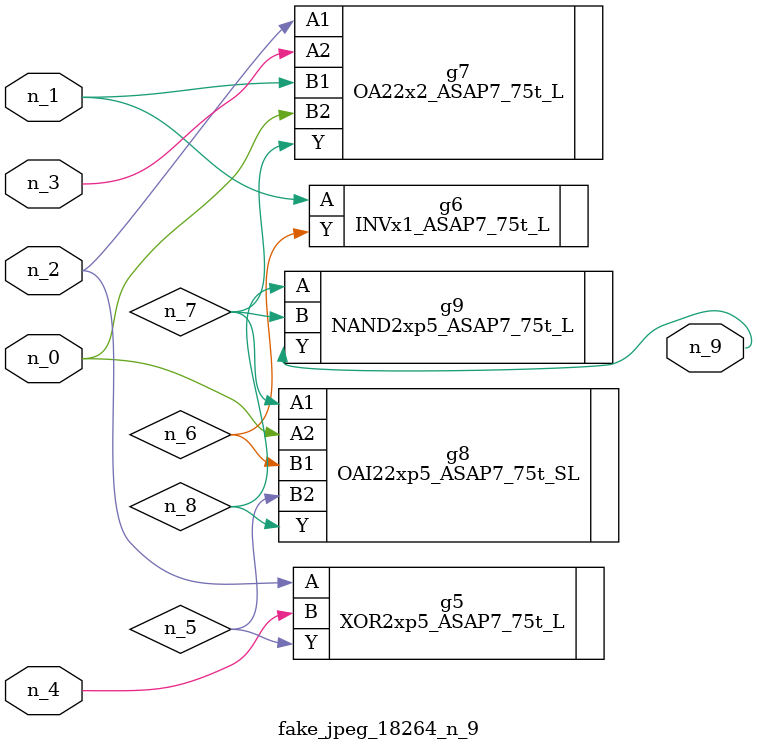
<source format=v>
module fake_jpeg_18264_n_9 (n_3, n_2, n_1, n_0, n_4, n_9);

input n_3;
input n_2;
input n_1;
input n_0;
input n_4;

output n_9;

wire n_8;
wire n_6;
wire n_5;
wire n_7;

XOR2xp5_ASAP7_75t_L g5 ( 
.A(n_2),
.B(n_4),
.Y(n_5)
);

INVx1_ASAP7_75t_L g6 ( 
.A(n_1),
.Y(n_6)
);

OA22x2_ASAP7_75t_L g7 ( 
.A1(n_2),
.A2(n_3),
.B1(n_1),
.B2(n_0),
.Y(n_7)
);

OAI22xp5_ASAP7_75t_SL g8 ( 
.A1(n_7),
.A2(n_0),
.B1(n_6),
.B2(n_5),
.Y(n_8)
);

NAND2xp5_ASAP7_75t_L g9 ( 
.A(n_8),
.B(n_7),
.Y(n_9)
);


endmodule
</source>
